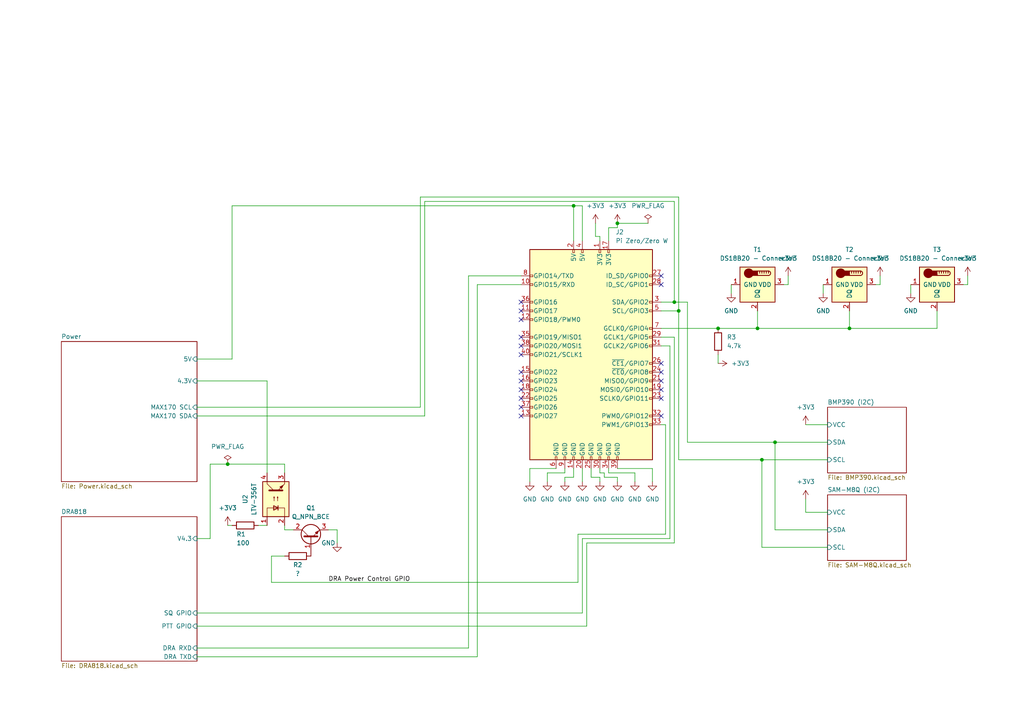
<source format=kicad_sch>
(kicad_sch (version 20211123) (generator eeschema)
  (paper "A4")
  (lib_symbols
    (symbol "Connector:Raspberry_Pi_2_3" (pin_names (offset 1.016))
      (property "Reference" "J" (at -17.78 31.75 0))
      (property "Value" "Raspberry_Pi_2_3" (at 10.16 -31.75 0))
      (symbol "Raspberry_Pi_2_3_0_1"
        (rectangle (start -17.78 30.48) (end 17.78 -30.48) (stroke (width 0.254)) (fill (type background)))
      )
      (symbol "Raspberry_Pi_2_3_1_1"
        (rectangle (start -16.891 -17.526) (end -17.78 -18.034))
        (rectangle (start -16.891 -14.986) (end -17.78 -15.494))
        (rectangle (start -16.891 -12.446) (end -17.78 -12.954))
        (rectangle (start -16.891 -9.906) (end -17.78 -10.414))
        (rectangle (start -16.891 -7.366) (end -17.78 -7.874))
        (rectangle (start -16.891 -4.826) (end -17.78 -5.334))
        (rectangle (start -16.891 0.254) (end -17.78 -0.254))
        (rectangle (start -16.891 2.794) (end -17.78 2.286))
        (rectangle (start -16.891 5.334) (end -17.78 4.826))
        (rectangle (start -16.891 10.414) (end -17.78 9.906))
        (rectangle (start -16.891 12.954) (end -17.78 12.446))
        (rectangle (start -16.891 15.494) (end -17.78 14.986))
        (rectangle (start -16.891 20.574) (end -17.78 20.066))
        (rectangle (start -16.891 23.114) (end -17.78 22.606))
        (rectangle (start -10.414 -29.591) (end -9.906 -30.48))
        (rectangle (start -7.874 -29.591) (end -7.366 -30.48))
        (rectangle (start -5.334 -29.591) (end -4.826 -30.48))
        (rectangle (start -5.334 30.48) (end -4.826 29.591))
        (rectangle (start -2.794 -29.591) (end -2.286 -30.48))
        (rectangle (start -2.794 30.48) (end -2.286 29.591))
        (rectangle (start -0.254 -29.591) (end 0.254 -30.48))
        (rectangle (start 2.286 -29.591) (end 2.794 -30.48))
        (rectangle (start 2.286 30.48) (end 2.794 29.591))
        (rectangle (start 4.826 -29.591) (end 5.334 -30.48))
        (rectangle (start 4.826 30.48) (end 5.334 29.591))
        (rectangle (start 7.366 -29.591) (end 7.874 -30.48))
        (rectangle (start 17.78 -20.066) (end 16.891 -20.574))
        (rectangle (start 17.78 -17.526) (end 16.891 -18.034))
        (rectangle (start 17.78 -12.446) (end 16.891 -12.954))
        (rectangle (start 17.78 -9.906) (end 16.891 -10.414))
        (rectangle (start 17.78 -7.366) (end 16.891 -7.874))
        (rectangle (start 17.78 -4.826) (end 16.891 -5.334))
        (rectangle (start 17.78 -2.286) (end 16.891 -2.794))
        (rectangle (start 17.78 2.794) (end 16.891 2.286))
        (rectangle (start 17.78 5.334) (end 16.891 4.826))
        (rectangle (start 17.78 7.874) (end 16.891 7.366))
        (rectangle (start 17.78 12.954) (end 16.891 12.446))
        (rectangle (start 17.78 15.494) (end 16.891 14.986))
        (rectangle (start 17.78 20.574) (end 16.891 20.066))
        (rectangle (start 17.78 23.114) (end 16.891 22.606))
        (pin power_in line (at 2.54 33.02 270) (length 2.54) (name "3V3") (number "1"))
        (pin bidirectional line (at -20.32 20.32 0) (length 2.54) (name "GPIO15/RXD") (number "10"))
        (pin bidirectional line (at -20.32 12.7 0) (length 2.54) (name "GPIO17") (number "11"))
        (pin bidirectional line (at -20.32 10.16 0) (length 2.54) (name "GPIO18/PWM0") (number "12"))
        (pin bidirectional line (at -20.32 -17.78 0) (length 2.54) (name "GPIO27") (number "13"))
        (pin power_in line (at -5.08 -33.02 90) (length 2.54) (name "GND") (number "14"))
        (pin bidirectional line (at -20.32 -5.08 0) (length 2.54) (name "GPIO22") (number "15"))
        (pin bidirectional line (at -20.32 -7.62 0) (length 2.54) (name "GPIO23") (number "16"))
        (pin power_in line (at 5.08 33.02 270) (length 2.54) (name "3V3") (number "17"))
        (pin bidirectional line (at -20.32 -10.16 0) (length 2.54) (name "GPIO24") (number "18"))
        (pin bidirectional line (at 20.32 -10.16 180) (length 2.54) (name "MOSI0/GPIO10") (number "19"))
        (pin power_in line (at -5.08 33.02 270) (length 2.54) (name "5V") (number "2"))
        (pin power_in line (at -2.54 -33.02 90) (length 2.54) (name "GND") (number "20"))
        (pin bidirectional line (at 20.32 -7.62 180) (length 2.54) (name "MISO0/GPIO9") (number "21"))
        (pin bidirectional line (at -20.32 -12.7 0) (length 2.54) (name "GPIO25") (number "22"))
        (pin bidirectional line (at 20.32 -12.7 180) (length 2.54) (name "SCLK0/GPIO11") (number "23"))
        (pin bidirectional line (at 20.32 -5.08 180) (length 2.54) (name "~{CE0}/GPIO8") (number "24"))
        (pin power_in line (at 0 -33.02 90) (length 2.54) (name "GND") (number "25"))
        (pin bidirectional line (at 20.32 -2.54 180) (length 2.54) (name "~{CE1}/GPIO7") (number "26"))
        (pin bidirectional line (at 20.32 22.86 180) (length 2.54) (name "ID_SD/GPIO0") (number "27"))
        (pin bidirectional line (at 20.32 20.32 180) (length 2.54) (name "ID_SC/GPIO1") (number "28"))
        (pin bidirectional line (at 20.32 5.08 180) (length 2.54) (name "GCLK1/GPIO5") (number "29"))
        (pin bidirectional line (at 20.32 15.24 180) (length 2.54) (name "SDA/GPIO2") (number "3"))
        (pin power_in line (at 2.54 -33.02 90) (length 2.54) (name "GND") (number "30"))
        (pin bidirectional line (at 20.32 2.54 180) (length 2.54) (name "GCLK2/GPIO6") (number "31"))
        (pin bidirectional line (at 20.32 -17.78 180) (length 2.54) (name "PWM0/GPIO12") (number "32"))
        (pin bidirectional line (at 20.32 -20.32 180) (length 2.54) (name "PWM1/GPIO13") (number "33"))
        (pin power_in line (at 5.08 -33.02 90) (length 2.54) (name "GND") (number "34"))
        (pin bidirectional line (at -20.32 5.08 0) (length 2.54) (name "GPIO19/MISO1") (number "35"))
        (pin bidirectional line (at -20.32 15.24 0) (length 2.54) (name "GPIO16") (number "36"))
        (pin bidirectional line (at -20.32 -15.24 0) (length 2.54) (name "GPIO26") (number "37"))
        (pin bidirectional line (at -20.32 2.54 0) (length 2.54) (name "GPIO20/MOSI1") (number "38"))
        (pin power_in line (at 7.62 -33.02 90) (length 2.54) (name "GND") (number "39"))
        (pin power_in line (at -2.54 33.02 270) (length 2.54) (name "5V") (number "4"))
        (pin bidirectional line (at -20.32 0 0) (length 2.54) (name "GPIO21/SCLK1") (number "40"))
        (pin bidirectional line (at 20.32 12.7 180) (length 2.54) (name "SCL/GPIO3") (number "5"))
        (pin power_in line (at -10.16 -33.02 90) (length 2.54) (name "GND") (number "6"))
        (pin bidirectional line (at 20.32 7.62 180) (length 2.54) (name "GCLK0/GPIO4") (number "7"))
        (pin bidirectional line (at -20.32 22.86 0) (length 2.54) (name "GPIO14/TXD") (number "8"))
        (pin power_in line (at -7.62 -33.02 90) (length 2.54) (name "GND") (number "9"))
      )
    )
    (symbol "Device:Q_NPN_BCE" (pin_names (offset 0) hide)
      (property "Reference" "Q" (at 5.08 1.27 0))
      (property "Value" "Q_NPN_BCE" (at 5.08 -1.27 0))
      (symbol "Q_NPN_BCE_0_1"
        (polyline (pts (xy 0.635 0.635) (xy 2.54 2.54)))
        (polyline (pts (xy 0.635 -0.635) (xy 2.54 -2.54) (xy 2.54 -2.54)))
        (polyline (pts (xy 0.635 1.905) (xy 0.635 -1.905) (xy 0.635 -1.905)) (stroke (width 0.508)))
        (polyline (pts (xy 1.27 -1.778) (xy 1.778 -1.27) (xy 2.286 -2.286) (xy 1.27 -1.778) (xy 1.27 -1.778)) (fill (type outline)))
        (circle (center 1.27 0) (radius 2.8194) (stroke (width 0.254)))
      )
      (symbol "Q_NPN_BCE_1_1"
        (pin input line (at -5.08 0 0) (length 5.715) (name "B") (number "1"))
        (pin passive line (at 2.54 5.08 270) (length 2.54) (name "C") (number "2"))
        (pin passive line (at 2.54 -5.08 90) (length 2.54) (name "E") (number "3"))
      )
    )
    (symbol "Device:R" (pin_numbers hide) (pin_names (offset 0))
      (property "Reference" "R" (at 2.032 0 90))
      (property "Value" "R" (at 0 0 90))
      (symbol "R_0_1"
        (rectangle (start -1.016 -2.54) (end 1.016 2.54) (stroke (width 0.254)))
      )
      (symbol "R_1_1"
        (pin passive line (at 0 3.81 270) (length 1.27) (name "~") (number "1"))
        (pin passive line (at 0 -3.81 90) (length 1.27) (name "~") (number "2"))
      )
    )
    (symbol "Isolator:LTV-356T" (pin_names (offset 1.016))
      (property "Reference" "U" (at -5.334 4.826 0))
      (property "Value" "LTV-356T" (at 0 5.08 0))
      (symbol "LTV-356T_0_1"
        (rectangle (start -5.08 3.81) (end 5.08 -3.81) (stroke (width 0.254)) (fill (type background)))
        (polyline (pts (xy -3.175 -0.635) (xy -1.905 -0.635)) (stroke (width 0.254)))
        (polyline (pts (xy 2.54 0.635) (xy 4.445 2.54)))
        (polyline (pts (xy 4.445 -2.54) (xy 2.54 -0.635)) (fill (type outline)))
        (polyline (pts (xy 4.445 -2.54) (xy 5.08 -2.54)))
        (polyline (pts (xy 4.445 2.54) (xy 5.08 2.54)))
        (polyline (pts (xy -5.08 2.54) (xy -2.54 2.54) (xy -2.54 -0.762)))
        (polyline (pts (xy -2.54 -0.635) (xy -2.54 -2.54) (xy -5.08 -2.54)))
        (polyline (pts (xy 2.54 1.905) (xy 2.54 -1.905) (xy 2.54 -1.905)) (stroke (width 0.508)))
        (polyline (pts (xy -2.54 -0.635) (xy -3.175 0.635) (xy -1.905 0.635) (xy -2.54 -0.635)) (stroke (width 0.254)))
        (polyline (pts (xy -0.508 -0.508) (xy 0.762 -0.508) (xy 0.381 -0.635) (xy 0.381 -0.381) (xy 0.762 -0.508)))
        (polyline (pts (xy -0.508 0.508) (xy 0.762 0.508) (xy 0.381 0.381) (xy 0.381 0.635) (xy 0.762 0.508)))
        (polyline (pts (xy 3.048 -1.651) (xy 3.556 -1.143) (xy 4.064 -2.159) (xy 3.048 -1.651) (xy 3.048 -1.651)) (fill (type outline)))
      )
      (symbol "LTV-356T_1_1"
        (pin passive line (at -7.62 2.54 0) (length 2.54) (name "~") (number "1"))
        (pin passive line (at -7.62 -2.54 0) (length 2.54) (name "~") (number "2"))
        (pin passive line (at 7.62 -2.54 180) (length 2.54) (name "~") (number "3"))
        (pin passive line (at 7.62 2.54 180) (length 2.54) (name "~") (number "4"))
      )
    )
    (symbol "Sensor_Temperature:DS18B20" (pin_names (offset 1.016))
      (property "Reference" "U" (at -3.81 6.35 0))
      (property "Value" "DS18B20" (at 6.35 6.35 0))
      (symbol "DS18B20_0_1"
        (rectangle (start -5.08 5.08) (end 5.08 -5.08) (stroke (width 0.254)) (fill (type background)))
        (circle (center -3.302 -2.54) (radius 1.27) (stroke (width 0.254)) (fill (type outline)))
        (rectangle (start -2.667 -1.905) (end -3.937 0) (stroke (width 0.254)) (fill (type outline)))
        (arc (start -2.667 3.175) (mid -3.302 3.81) (end -3.937 3.175) (stroke (width 0.254)))
        (polyline (pts (xy -3.937 0.635) (xy -3.302 0.635)) (stroke (width 0.254)))
        (polyline (pts (xy -3.937 1.27) (xy -3.302 1.27)) (stroke (width 0.254)))
        (polyline (pts (xy -3.937 1.905) (xy -3.302 1.905)) (stroke (width 0.254)))
        (polyline (pts (xy -3.937 2.54) (xy -3.302 2.54)) (stroke (width 0.254)))
        (polyline (pts (xy -3.937 3.175) (xy -3.937 0)) (stroke (width 0.254)))
        (polyline (pts (xy -3.937 3.175) (xy -3.302 3.175)) (stroke (width 0.254)))
        (polyline (pts (xy -2.667 3.175) (xy -2.667 0)) (stroke (width 0.254)))
      )
      (symbol "DS18B20_1_1"
        (pin power_in line (at 0 -7.62 90) (length 2.54) (name "GND") (number "1"))
        (pin bidirectional line (at 7.62 0 180) (length 2.54) (name "DQ") (number "2"))
        (pin power_in line (at 0 7.62 270) (length 2.54) (name "VDD") (number "3"))
      )
    )
    (symbol "power:+3V3" (power) (pin_names (offset 0))
      (property "Value" "+3V3" (at 0 3.556 0))
      (symbol "+3V3_0_1"
        (polyline (pts (xy -0.762 1.27) (xy 0 2.54)))
        (polyline (pts (xy 0 0) (xy 0 2.54)))
        (polyline (pts (xy 0 2.54) (xy 0.762 1.27)))
      )
      (symbol "+3V3_1_1"
        (pin power_in line (at 0 0 90) (length 0) hide (name "+3V3") (number "1"))
      )
    )
    (symbol "power:GND" (power) (pin_names (offset 0))
      (property "Value" "GND" (at 0 -3.81 0))
      (symbol "GND_0_1"
        (polyline (pts (xy 0 0) (xy 0 -1.27) (xy 1.27 -1.27) (xy 0 -2.54) (xy -1.27 -1.27) (xy 0 -1.27)))
      )
      (symbol "GND_1_1"
        (pin power_in line (at 0 0 270) (length 0) hide (name "GND") (number "1"))
      )
    )
    (symbol "power:PWR_FLAG" (power) (pin_numbers hide) (pin_names (offset 0) hide)
      (property "Value" "PWR_FLAG" (at 0 3.81 0))
      (symbol "PWR_FLAG_0_0"
        (pin power_out line (at 0 0 90) (length 0) (name "pwr") (number "1"))
      )
      (symbol "PWR_FLAG_0_1"
        (polyline (pts (xy 0 0) (xy 0 1.27) (xy -1.016 1.905) (xy 0 2.54) (xy 1.016 1.905) (xy 0 1.27)))
      )
    )
  )
  (junction (at 224.79 128.27))
  (junction (at 220.98 133.35))
  (junction (at 166.37 59.69))
  (junction (at 195.58 87.63))
  (junction (at 246.38 95.25))
  (junction (at 208.28 95.25))
  (junction (at 219.71 95.25))
  (junction (at 196.85 90.17))
  (junction (at 66.04 134.62))
  (junction (at 179.07 64.77))
  (no_connect (at 151.13 115.57))
  (no_connect (at 151.13 92.71))
  (no_connect (at 151.13 90.17))
  (no_connect (at 151.13 107.95))
  (no_connect (at 151.13 102.87))
  (no_connect (at 191.77 115.57))
  (no_connect (at 191.77 82.55))
  (no_connect (at 191.77 113.03))
  (no_connect (at 151.13 100.33))
  (no_connect (at 151.13 120.65))
  (no_connect (at 191.77 105.41))
  (no_connect (at 151.13 87.63))
  (no_connect (at 191.77 120.65))
  (no_connect (at 151.13 97.79))
  (no_connect (at 151.13 118.11))
  (no_connect (at 191.77 107.95))
  (no_connect (at 151.13 113.03))
  (no_connect (at 191.77 110.49))
  (no_connect (at 191.77 80.01))
  (no_connect (at 151.13 110.49))
  (wire (pts (xy 173.99 68.58) (xy 172.72 68.58)))
  (wire (pts (xy 199.39 87.63) (xy 199.39 128.27)))
  (wire (pts (xy 246.38 95.25) (xy 271.78 95.25)))
  (wire (pts (xy 77.47 137.16) (xy 77.47 110.49)))
  (wire (pts (xy 196.85 57.15) (xy 196.85 90.17)))
  (wire (pts (xy 57.15 190.5) (xy 138.43 190.5)))
  (wire (pts (xy 176.53 66.04) (xy 179.07 66.04)))
  (wire (pts (xy 220.98 133.35) (xy 240.03 133.35)))
  (wire (pts (xy 219.71 95.25) (xy 246.38 95.25)))
  (wire (pts (xy 66.04 152.4) (xy 67.31 152.4)))
  (wire (pts (xy 167.64 168.91) (xy 167.64 154.94)))
  (wire (pts (xy 264.16 82.55) (xy 264.16 85.09)))
  (wire (pts (xy 240.03 153.67) (xy 224.79 153.67)))
  (wire (pts (xy 173.99 135.89) (xy 173.99 137.16)))
  (wire (pts (xy 82.55 161.29) (xy 78.74 161.29)))
  (wire (pts (xy 179.07 138.43) (xy 179.07 139.7)))
  (wire (pts (xy 195.58 58.42) (xy 195.58 87.63)))
  (wire (pts (xy 238.76 82.55) (xy 238.76 85.09)))
  (wire (pts (xy 175.26 137.16) (xy 175.26 138.43)))
  (wire (pts (xy 280.67 82.55) (xy 279.4 82.55)))
  (wire (pts (xy 196.85 90.17) (xy 196.85 133.35)))
  (wire (pts (xy 179.07 64.77) (xy 187.96 64.77)))
  (wire (pts (xy 233.68 123.19) (xy 240.03 123.19)))
  (wire (pts (xy 271.78 90.17) (xy 271.78 95.25)))
  (wire (pts (xy 233.68 148.59) (xy 240.03 148.59)))
  (wire (pts (xy 167.64 154.94) (xy 193.04 154.94)))
  (wire (pts (xy 78.74 161.29) (xy 78.74 168.91)))
  (wire (pts (xy 158.75 137.16) (xy 158.75 139.7)))
  (wire (pts (xy 171.45 135.89) (xy 171.45 138.43)))
  (wire (pts (xy 173.99 138.43) (xy 173.99 139.7)))
  (wire (pts (xy 199.39 128.27) (xy 224.79 128.27)))
  (wire (pts (xy 196.85 133.35) (xy 220.98 133.35)))
  (wire (pts (xy 161.29 135.89) (xy 153.67 135.89)))
  (wire (pts (xy 191.77 87.63) (xy 195.58 87.63)))
  (wire (pts (xy 191.77 90.17) (xy 196.85 90.17)))
  (wire (pts (xy 208.28 102.87) (xy 208.28 105.41)))
  (wire (pts (xy 193.04 123.19) (xy 191.77 123.19)))
  (wire (pts (xy 121.92 118.11) (xy 121.92 57.15)))
  (wire (pts (xy 193.04 154.94) (xy 193.04 123.19)))
  (wire (pts (xy 166.37 59.69) (xy 166.37 69.85)))
  (wire (pts (xy 194.31 100.33) (xy 191.77 100.33)))
  (wire (pts (xy 280.67 80.01) (xy 280.67 82.55)))
  (wire (pts (xy 168.91 177.8) (xy 168.91 156.21)))
  (wire (pts (xy 57.15 120.65) (xy 123.19 120.65)))
  (wire (pts (xy 176.53 135.89) (xy 176.53 137.16)))
  (wire (pts (xy 191.77 95.25) (xy 208.28 95.25)))
  (wire (pts (xy 60.96 156.21) (xy 57.15 156.21)))
  (wire (pts (xy 224.79 128.27) (xy 240.03 128.27)))
  (wire (pts (xy 195.58 87.63) (xy 199.39 87.63)))
  (wire (pts (xy 176.53 69.85) (xy 176.53 66.04)))
  (wire (pts (xy 151.13 82.55) (xy 138.43 82.55)))
  (wire (pts (xy 168.91 135.89) (xy 168.91 139.7)))
  (wire (pts (xy 184.15 137.16) (xy 184.15 139.7)))
  (wire (pts (xy 170.18 157.48) (xy 195.58 157.48)))
  (wire (pts (xy 57.15 110.49) (xy 77.47 110.49)))
  (wire (pts (xy 175.26 138.43) (xy 179.07 138.43)))
  (wire (pts (xy 195.58 157.48) (xy 195.58 97.79)))
  (wire (pts (xy 219.71 90.17) (xy 219.71 95.25)))
  (wire (pts (xy 82.55 134.62) (xy 66.04 134.62)))
  (wire (pts (xy 170.18 181.61) (xy 170.18 157.48)))
  (wire (pts (xy 163.83 135.89) (xy 163.83 137.16)))
  (wire (pts (xy 121.92 57.15) (xy 196.85 57.15)))
  (wire (pts (xy 168.91 156.21) (xy 194.31 156.21)))
  (wire (pts (xy 82.55 137.16) (xy 82.55 134.62)))
  (wire (pts (xy 151.13 80.01) (xy 135.89 80.01)))
  (wire (pts (xy 166.37 135.89) (xy 166.37 138.43)))
  (wire (pts (xy 135.89 80.01) (xy 135.89 187.96)))
  (wire (pts (xy 78.74 168.91) (xy 167.64 168.91)))
  (wire (pts (xy 60.96 134.62) (xy 60.96 156.21)))
  (wire (pts (xy 82.55 153.67) (xy 82.55 152.4)))
  (wire (pts (xy 57.15 118.11) (xy 121.92 118.11)))
  (wire (pts (xy 85.09 153.67) (xy 82.55 153.67)))
  (wire (pts (xy 172.72 64.77) (xy 172.72 68.58)))
  (wire (pts (xy 74.93 152.4) (xy 77.47 152.4)))
  (wire (pts (xy 123.19 58.42) (xy 195.58 58.42)))
  (wire (pts (xy 57.15 187.96) (xy 135.89 187.96)))
  (wire (pts (xy 255.27 80.01) (xy 255.27 82.55)))
  (wire (pts (xy 255.27 82.55) (xy 254 82.55)))
  (wire (pts (xy 168.91 59.69) (xy 168.91 69.85)))
  (wire (pts (xy 212.09 82.55) (xy 212.09 85.09)))
  (wire (pts (xy 179.07 66.04) (xy 179.07 64.77)))
  (wire (pts (xy 194.31 156.21) (xy 194.31 100.33)))
  (wire (pts (xy 166.37 138.43) (xy 163.83 138.43)))
  (wire (pts (xy 228.6 82.55) (xy 227.33 82.55)))
  (wire (pts (xy 173.99 137.16) (xy 175.26 137.16)))
  (wire (pts (xy 66.04 134.62) (xy 60.96 134.62)))
  (wire (pts (xy 246.38 90.17) (xy 246.38 95.25)))
  (wire (pts (xy 95.25 153.67) (xy 97.79 153.67)))
  (wire (pts (xy 163.83 137.16) (xy 158.75 137.16)))
  (wire (pts (xy 138.43 82.55) (xy 138.43 190.5)))
  (wire (pts (xy 57.15 181.61) (xy 170.18 181.61)))
  (wire (pts (xy 97.79 153.67) (xy 97.79 157.48)))
  (wire (pts (xy 123.19 120.65) (xy 123.19 58.42)))
  (wire (pts (xy 195.58 97.79) (xy 191.77 97.79)))
  (wire (pts (xy 176.53 137.16) (xy 184.15 137.16)))
  (wire (pts (xy 171.45 138.43) (xy 173.99 138.43)))
  (wire (pts (xy 179.07 135.89) (xy 189.23 135.89)))
  (wire (pts (xy 57.15 177.8) (xy 168.91 177.8)))
  (wire (pts (xy 233.68 144.78) (xy 233.68 148.59)))
  (wire (pts (xy 166.37 59.69) (xy 168.91 59.69)))
  (wire (pts (xy 67.31 104.14) (xy 67.31 59.69)))
  (wire (pts (xy 67.31 59.69) (xy 166.37 59.69)))
  (wire (pts (xy 189.23 135.89) (xy 189.23 139.7)))
  (wire (pts (xy 240.03 158.75) (xy 220.98 158.75)))
  (wire (pts (xy 173.99 69.85) (xy 173.99 68.58)))
  (wire (pts (xy 228.6 80.01) (xy 228.6 82.55)))
  (wire (pts (xy 153.67 135.89) (xy 153.67 139.7)))
  (wire (pts (xy 224.79 153.67) (xy 224.79 128.27)))
  (wire (pts (xy 220.98 158.75) (xy 220.98 133.35)))
  (wire (pts (xy 163.83 138.43) (xy 163.83 139.7)))
  (wire (pts (xy 57.15 104.14) (xy 67.31 104.14)))
  (wire (pts (xy 208.28 95.25) (xy 219.71 95.25)))
  (label "DRA Power Control GPIO" (at 95.25 168.91 0))
  (symbol (lib_id "power:GND") (at 179.07 139.7 0) (unit 1)
    (property "Reference" "#PWR0117" (effects hide))
    (property "Value" "GND" (at 179.07 144.78 0))
  )
  (symbol (lib_id "power:+3V3") (at 255.27 80.01 0) (unit 1)
    (property "Reference" "#PWR0111" (effects hide))
    (property "Value" "+3V3" (at 255.27 74.93 0))
  )
  (symbol (lib_id "Isolator:LTV-356T") (at 80.01 144.78 90) (unit 1)
    (property "Reference" "U2" (at 71.12 144.78 0))
    (property "Value" "LTV-356T" (at 73.66 144.78 0))
    (property "Footprint" "Package_SO:SO-4_4.4x3.6mm_P2.54mm" (effects hide))
    (property "Datasheet" "http://optoelectronics.liteon.com/upload/download/DS70-2001-010/S_110_LTV-356T%2020140520.pdf" (effects hide))
    (property "Input" "1.2V @ 20" (effects hide))
    (property "Digikey" "https://www.digikey.com/short/nbv0qj71" (effects hide))
    (property "Unit Price" "0.49" (effects hide))
  )
  (symbol (lib_id "power:GND") (at 184.15 139.7 0) (unit 1)
    (property "Reference" "#PWR0118" (effects hide))
    (property "Value" "GND" (at 184.15 144.78 0))
  )
  (symbol (lib_id "power:GND") (at 168.91 139.7 0) (unit 1)
    (property "Reference" "#PWR0115" (effects hide))
    (property "Value" "GND" (at 168.91 144.78 0))
  )
  (symbol (lib_id "power:GND") (at 163.83 139.7 0) (unit 1)
    (property "Reference" "#PWR0102" (effects hide))
    (property "Value" "GND" (at 163.83 144.78 0))
  )
  (symbol (lib_id "power:GND") (at 212.09 85.09 0) (unit 1)
    (property "Reference" "#PWR0110" (effects hide))
    (property "Value" "GND" (at 212.09 90.17 0))
  )
  (symbol (lib_id "power:+3V3") (at 228.6 80.01 0) (unit 1)
    (property "Reference" "#PWR0108" (effects hide))
    (property "Value" "+3V3" (at 228.6 74.93 0))
  )
  (symbol (lib_id "power:+3V3") (at 208.28 105.41 270) (unit 1)
    (property "Reference" "#PWR0109" (effects hide))
    (property "Value" "+3V3" (at 212.09 105.4099 90) (effects (justify left)))
  )
  (symbol (lib_id "power:GND") (at 97.79 157.48 0) (unit 1)
    (property "Reference" "#PWR0121" (effects hide))
    (property "Value" "GND" (at 95.25 157.48 0))
  )
  (symbol (lib_id "Sensor_Temperature:DS18B20") (at 219.71 82.55 270) (unit 1)
    (property "Reference" "T1" (at 219.71 72.39 90))
    (property "Value" "DS18B20 - Connector" (at 219.71 74.93 90))
    (property "Footprint" "Connector_JST:JST_XH_B3B-XH-AM_1x03_P2.50mm_Vertical" (effects hide))
    (property "Datasheet" "http://datasheets.maximintegrated.com/en/ds/DS18B20.pdf" (effects hide))
    (property "Digikey" "https://www.digikey.com/short/bd73wft8" (effects hide))
    (property "Unit Price" "0.18" (effects hide))
  )
  (symbol (lib_id "power:+3V3") (at 233.68 144.78 0) (unit 1)
    (property "Reference" "#PWR0114" (effects hide))
    (property "Value" "+3V3" (at 233.68 139.7 0))
  )
  (symbol (lib_id "Device:Q_NPN_BCE") (at 90.17 156.21 90) (unit 1)
    (property "Reference" "Q1" (at 90.17 147.32 90))
    (property "Value" "Q_NPN_BCE" (at 90.17 149.86 90))
    (property "Footprint" "Package_TO_SOT_SMD:SOT-23" (effects hide))
    (property "Digikey" "https://www.digikey.com/short/b477vdt4" (effects hide))
    (property "Unit Price" "$0.18" (effects hide))
  )
  (symbol (lib_id "Device:R") (at 71.12 152.4 270) (unit 1)
    (property "Reference" "R1" (at 68.58 154.94 90) (effects (justify left)))
    (property "Value" "100" (at 68.58 157.48 90) (effects (justify left)))
    (property "Footprint" "Resistor_SMD:R_0805_2012Metric_Pad1.20x1.40mm_HandSolder" (effects hide))
    (property "Min Wat" "0.036" (effects hide))
    (property "Digikey" "https://www.digikey.com/short/j2drdv0p" (effects hide))
    (property "Unit Price" "0.10" (effects hide))
  )
  (symbol (lib_id "power:+3V3") (at 179.07 64.77 0) (unit 1)
    (property "Reference" "#PWR0105" (effects hide))
    (property "Value" "+3V3" (at 179.07 59.69 0))
  )
  (symbol (lib_id "power:PWR_FLAG") (at 66.04 134.62 0) (unit 1)
    (property "Reference" "#FLG0106" (effects hide))
    (property "Value" "PWR_FLAG" (at 66.04 129.54 0))
  )
  (symbol (lib_id "Sensor_Temperature:DS18B20") (at 246.38 82.55 270) (unit 1)
    (property "Reference" "T2" (at 246.38 72.39 90))
    (property "Value" "DS18B20 - Connector" (at 246.38 74.93 90))
    (property "Footprint" "Connector_JST:JST_XH_B3B-XH-AM_1x03_P2.50mm_Vertical" (effects hide))
    (property "Datasheet" "http://datasheets.maximintegrated.com/en/ds/DS18B20.pdf" (effects hide))
    (property "Digikey" "https://www.digikey.com/short/bd73wft8" (effects hide))
    (property "Unit Price" "0.18" (effects hide))
  )
  (symbol (lib_id "power:+3V3") (at 233.68 123.19 0) (unit 1)
    (property "Reference" "#PWR0113" (effects hide))
    (property "Value" "+3V3" (at 233.68 118.11 0))
  )
  (symbol (lib_id "power:GND") (at 173.99 139.7 0) (unit 1)
    (property "Reference" "#PWR0116" (effects hide))
    (property "Value" "GND" (at 173.99 144.78 0))
  )
  (symbol (lib_id "power:GND") (at 153.67 139.7 0) (unit 1)
    (property "Reference" "#PWR0101" (effects hide))
    (property "Value" "GND" (at 153.67 144.78 0))
  )
  (symbol (lib_id "power:+3V3") (at 66.04 152.4 0) (unit 1)
    (property "Reference" "#PWR0120" (effects hide))
    (property "Value" "+3V3" (at 66.04 147.32 0))
  )
  (symbol (lib_id "Connector:Raspberry_Pi_2_3") (at 171.45 102.87 0) (unit 1)
    (property "Reference" "J2" (at 178.5494 67.31 0) (effects (justify left)))
    (property "Value" "Pi Zero/Zero W" (at 178.5494 69.85 0) (effects (justify left)))
    (property "Footprint" "Connector_PinSocket_2.54mm:PinSocket_2x20_P2.54mm_Vertical" (effects hide))
    (property "Datasheet" "https://www.raspberrypi.org/documentation/hardware/raspberrypi/schematics/rpi_SCH_3bplus_1p0_reduced.pdf" (effects hide))
    (property "Digikey" "N/A" (effects hide))
    (property "Unit Price" "10.00" (effects hide))
  )
  (symbol (lib_id "Device:R") (at 208.28 99.06 0) (unit 1)
    (property "Reference" "R3" (at 210.82 97.7899 0) (effects (justify left)))
    (property "Value" "4.7k" (at 210.82 100.3299 0) (effects (justify left)))
    (property "Footprint" "Resistor_SMD:R_0603_1608Metric_Pad0.98x0.95mm_HandSolder" (effects hide))
    (property "Digikey" "https://www.digikey.com/short/m931v8f8" (effects hide))
    (property "Unit Price" "0.10" (effects hide))
  )
  (symbol (lib_id "power:+3V3") (at 280.67 80.01 0) (unit 1)
    (property "Reference" "#PWR0107" (effects hide))
    (property "Value" "+3V3" (at 280.67 74.93 0))
  )
  (symbol (lib_id "power:GND") (at 264.16 85.09 0) (unit 1)
    (property "Reference" "#PWR0112" (effects hide))
    (property "Value" "GND" (at 264.16 90.17 0))
  )
  (symbol (lib_id "power:GND") (at 158.75 139.7 0) (unit 1)
    (property "Reference" "#PWR0103" (effects hide))
    (property "Value" "GND" (at 158.75 144.78 0))
  )
  (symbol (lib_id "Sensor_Temperature:DS18B20") (at 271.78 82.55 270) (unit 1)
    (property "Reference" "T3" (at 271.78 72.39 90))
    (property "Value" "DS18B20 - Connector" (at 271.78 74.93 90))
    (property "Footprint" "Connector_JST:JST_XH_B3B-XH-AM_1x03_P2.50mm_Vertical" (effects hide))
    (property "Datasheet" "http://datasheets.maximintegrated.com/en/ds/DS18B20.pdf" (effects hide))
    (property "Digikey" "https://www.digikey.com/short/bd73wft8" (effects hide))
    (property "Unit Price" "0.18" (effects hide))
  )
  (symbol (lib_id "power:PWR_FLAG") (at 187.96 64.77 0) (unit 1)
    (property "Reference" "#FLG0104" (effects hide))
    (property "Value" "PWR_FLAG" (at 187.96 59.69 0))
  )
  (symbol (lib_id "power:+3V3") (at 172.72 64.77 0) (unit 1)
    (property "Reference" "#PWR0104" (effects hide))
    (property "Value" "+3V3" (at 172.72 59.69 0))
  )
  (symbol (lib_id "Device:R") (at 86.36 161.29 270) (unit 1)
    (property "Reference" "R2" (at 86.36 163.83 90))
    (property "Value" "?" (at 86.36 166.37 90))
    (property "Footprint" "Resistor_SMD:R_0603_1608Metric_Pad0.98x0.95mm_HandSolder" (effects hide))
    (property "Digikey" "?" (effects hide))
  )
  (symbol (lib_id "power:GND") (at 238.76 85.09 0) (unit 1)
    (property "Reference" "#PWR0106" (effects hide))
    (property "Value" "GND" (at 238.76 90.17 0))
  )
  (symbol (lib_id "power:GND") (at 189.23 139.7 0) (unit 1)
    (property "Reference" "#PWR0119" (effects hide))
    (property "Value" "GND" (at 189.23 144.78 0))
  )
  (sheet (at 17.78 99.06) (size 39.37 40.64) (stroke (width 0.1524))
    (property "Sheet name" "Power" (at 17.78 98.3484 0) (effects (justify left bottom)))
    (property "Sheet file" "Power.kicad_sch" (at 17.78 140.2846 0) (effects (justify left top)))
    (pin "5V" input (at 57.15 104.14 0))
    (pin "4.3V" input (at 57.15 110.49 0))
    (pin "MAX170 SDA" input (at 57.15 120.65 0))
    (pin "MAX170 SCL" input (at 57.15 118.11 0))
  )
  (sheet (at 240.03 143.51) (size 22.86 19.05) (stroke (width 0.1524))
    (property "Sheet name" "SAM-M8Q (I2C)" (at 240.03 142.7984 0) (effects (justify left bottom)))
    (property "Sheet file" "SAM-M8Q.kicad_sch" (at 240.03 163.1446 0) (effects (justify left top)))
    (pin "SCL" input (at 240.03 158.75 180))
    (pin "VCC" input (at 240.03 148.59 180))
    (pin "SDA" input (at 240.03 153.67 180))
  )
  (sheet (at 240.03 118.11) (size 22.86 19.05) (stroke (width 0.1524))
    (property "Sheet name" "BMP390 (I2C)" (at 240.03 117.3984 0) (effects (justify left bottom)))
    (property "Sheet file" "BMP390.kicad_sch" (at 240.03 137.7446 0) (effects (justify left top)))
    (pin "VCC" input (at 240.03 123.19 180))
    (pin "SDA" input (at 240.03 128.27 180))
    (pin "SCL" input (at 240.03 133.35 180))
  )
  (sheet (at 17.78 149.86) (size 39.37 41.91) (stroke (width 0.1524))
    (property "Sheet name" "DRA818" (at 17.78 149.1484 0) (effects (justify left bottom)))
    (property "Sheet file" "DRA818.kicad_sch" (at 17.78 192.3546 0) (effects (justify left top)))
    (pin "SQ GPIO" input (at 57.15 177.8 0))
    (pin "PTT GPIO" input (at 57.15 181.61 0))
    (pin "DRA TXD" input (at 57.15 190.5 0))
    (pin "DRA RXD" input (at 57.15 187.96 0))
    (pin "V4.3" input (at 57.15 156.21 0))
  )
)
</source>
